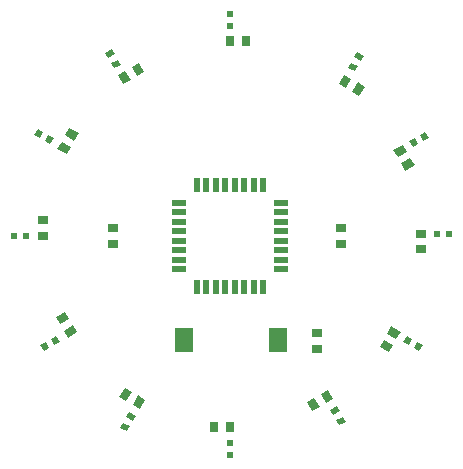
<source format=gtp>
G04 ---------------------------- Layer name :TOP PASTER LAYER*
G04 EasyEDA v5.6.15, Sun, 19 Aug 2018 09:15:10 GMT*
G04 20d6072df84a40519853f38576b9eb16*
G04 Gerber Generator version 0.2*
G04 Scale: 100 percent, Rotated: No, Reflected: No *
G04 Dimensions in millimeters *
G04 leading zeros omitted , absolute positions ,3 integer and 3 decimal *
%FSLAX33Y33*%
%MOMM*%
G90*
G71D02*

%ADD15R,0.500380X0.599440*%
%ADD16R,0.899160X0.701040*%
%ADD17R,0.701040X0.899160*%
%ADD18R,0.599440X0.500380*%
%ADD19R,1.499997X1.999996*%
%ADD20R,1.270000X0.558800*%
%ADD21R,0.558800X1.270000*%

%LPD*%
G36*
G01X30038Y37818D02*
G01X29789Y37383D01*
G01X29270Y37683D01*
G01X29519Y38117D01*
G01X30038Y37818D01*
G37*
G36*
G01X30546Y38699D02*
G01X30297Y38265D01*
G01X29778Y38564D01*
G01X30027Y38999D01*
G01X30546Y38699D01*
G37*
G54D16*
G01X28638Y24119D03*
G01X28638Y22799D03*
G01X9334Y24119D03*
G01X9334Y22799D03*
G54D17*
G01X19244Y39971D03*
G01X20564Y39971D03*
G54D18*
G01X19240Y41240D03*
G01X19240Y42256D03*
G36*
G01X28904Y37106D02*
G01X29511Y36755D01*
G01X29061Y35978D01*
G01X28454Y36328D01*
G01X28904Y37106D01*
G37*
G36*
G01X30047Y36445D02*
G01X30654Y36095D01*
G01X30204Y35317D01*
G01X29597Y35668D01*
G01X30047Y36445D01*
G37*
G36*
G01X33857Y31191D02*
G01X34208Y30584D01*
G01X33430Y30135D01*
G01X33080Y30742D01*
G01X33857Y31191D01*
G37*
G36*
G01X34518Y30048D02*
G01X34868Y29441D01*
G01X34091Y28992D01*
G01X33740Y29599D01*
G01X34518Y30048D01*
G37*
G36*
G01X35168Y31198D02*
G01X34734Y30949D01*
G01X34434Y31468D01*
G01X34869Y31716D01*
G01X35168Y31198D01*
G37*
G36*
G01X36050Y31706D02*
G01X35615Y31457D01*
G01X35316Y31976D01*
G01X35750Y32224D01*
G01X36050Y31706D01*
G37*
G54D16*
G01X35424Y23632D03*
G01X35424Y22311D03*
G54D15*
G01X36767Y23622D03*
G01X37783Y23622D03*
G36*
G01X33688Y15342D02*
G01X33338Y14735D01*
G01X32560Y15184D01*
G01X32911Y15791D01*
G01X33688Y15342D01*
G37*
G36*
G01X33028Y14199D02*
G01X32677Y13592D01*
G01X31900Y14041D01*
G01X32250Y14648D01*
G01X33028Y14199D01*
G37*
G36*
G01X34361Y14185D02*
G01X33926Y14434D01*
G01X34226Y14952D01*
G01X34660Y14704D01*
G01X34361Y14185D01*
G37*
G36*
G01X35242Y13677D02*
G01X34808Y13926D01*
G01X35107Y14444D01*
G01X35542Y14196D01*
G01X35242Y13677D01*
G37*
G36*
G01X27964Y9628D02*
G01X27357Y9278D01*
G01X26907Y10055D01*
G01X27514Y10406D01*
G01X27964Y9628D01*
G37*
G36*
G01X26821Y8968D02*
G01X26214Y8617D01*
G01X25764Y9395D01*
G01X26371Y9745D01*
G01X26821Y8968D01*
G37*
G36*
G01X27995Y8293D02*
G01X27746Y8727D01*
G01X28265Y9027D01*
G01X28514Y8592D01*
G01X27995Y8293D01*
G37*
G36*
G01X28503Y7411D02*
G01X28254Y7846D01*
G01X28773Y8145D01*
G01X29022Y7711D01*
G01X28503Y7411D01*
G37*
G54D17*
G01X19214Y7301D03*
G01X17894Y7301D03*
G54D18*
G01X19240Y5934D03*
G01X19240Y4918D03*
G36*
G01X11614Y8827D02*
G01X11007Y9178D01*
G01X11457Y9955D01*
G01X12064Y9605D01*
G01X11614Y8827D01*
G37*
G36*
G01X10471Y9488D02*
G01X9864Y9838D01*
G01X10314Y10616D01*
G01X10921Y10265D01*
G01X10471Y9488D01*
G37*
G36*
G01X10474Y8084D02*
G01X10723Y8519D01*
G01X11242Y8219D01*
G01X10993Y7785D01*
G01X10474Y8084D01*
G37*
G36*
G01X9966Y7203D02*
G01X10215Y7637D01*
G01X10734Y7338D01*
G01X10485Y6903D01*
G01X9966Y7203D01*
G37*
G36*
G01X5531Y14832D02*
G01X5180Y15439D01*
G01X5958Y15888D01*
G01X6308Y15281D01*
G01X5531Y14832D01*
G37*
G36*
G01X4871Y15975D02*
G01X4520Y16582D01*
G01X5297Y17031D01*
G01X5648Y16424D01*
G01X4871Y15975D01*
G37*
G36*
G01X4074Y14704D02*
G01X4508Y14952D01*
G01X4808Y14434D01*
G01X4373Y14185D01*
G01X4074Y14704D01*
G37*
G36*
G01X3192Y14196D02*
G01X3627Y14444D01*
G01X3926Y13926D01*
G01X3492Y13677D01*
G01X3192Y14196D01*
G37*
G54D16*
G01X3444Y23451D03*
G01X3444Y24772D03*
G54D15*
G01X1969Y23459D03*
G01X953Y23459D03*
G36*
G01X4630Y30831D02*
G01X4980Y31438D01*
G01X5758Y30989D01*
G01X5407Y30382D01*
G01X4630Y30831D01*
G37*
G36*
G01X5290Y31974D02*
G01X5641Y32581D01*
G01X6418Y32132D01*
G01X6068Y31525D01*
G01X5290Y31974D01*
G37*
G36*
G01X3865Y31970D02*
G01X4300Y31722D01*
G01X4000Y31203D01*
G01X3566Y31452D01*
G01X3865Y31970D01*
G37*
G36*
G01X2984Y32478D02*
G01X3418Y32230D01*
G01X3119Y31711D01*
G01X2684Y31960D01*
G01X2984Y32478D01*
G37*
G36*
G01X9723Y38371D02*
G01X9972Y37937D01*
G01X9453Y37637D01*
G01X9204Y38072D01*
G01X9723Y38371D01*
G37*
G36*
G01X9215Y39253D02*
G01X9464Y38818D01*
G01X8945Y38519D01*
G01X8696Y38953D01*
G01X9215Y39253D01*
G37*
G36*
G01X9774Y37075D02*
G01X10381Y37425D01*
G01X10831Y36648D01*
G01X10224Y36297D01*
G01X9774Y37075D01*
G37*
G36*
G01X10917Y37735D02*
G01X11524Y38086D01*
G01X11974Y37308D01*
G01X11367Y36958D01*
G01X10917Y37735D01*
G37*
G54D19*
G01X15342Y14660D03*
G01X23344Y14661D03*
G54D16*
G01X26606Y15229D03*
G01X26606Y13909D03*
G54D20*
G01X14947Y26253D03*
G01X14947Y25466D03*
G01X14947Y24653D03*
G01X14947Y23865D03*
G01X14947Y23053D03*
G01X14947Y22265D03*
G01X14947Y21452D03*
G01X14947Y20665D03*
G54D21*
G01X16446Y19166D03*
G01X17233Y19166D03*
G01X18046Y19166D03*
G01X18834Y19166D03*
G01X19646Y19166D03*
G01X20434Y19166D03*
G01X21247Y19166D03*
G01X22034Y19166D03*
G54D20*
G01X23533Y20665D03*
G01X23533Y21452D03*
G01X23533Y22265D03*
G01X23533Y23053D03*
G01X23533Y23865D03*
G01X23533Y24653D03*
G01X23533Y25466D03*
G01X23533Y26253D03*
G54D21*
G01X22034Y27752D03*
G01X21247Y27752D03*
G01X20434Y27752D03*
G01X19646Y27752D03*
G01X18834Y27752D03*
G01X18046Y27752D03*
G01X17233Y27752D03*
G01X16446Y27752D03*
M00*
M02*

</source>
